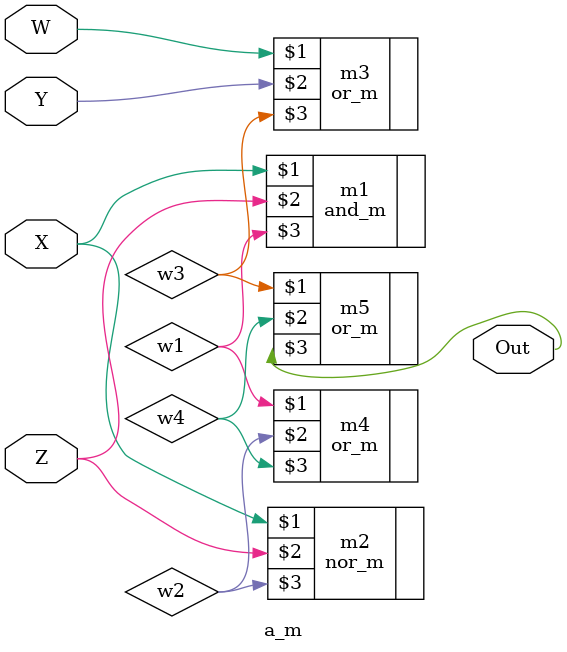
<source format=v>
module a_m(W,X,Y,Z,Out);

input W,X,Y,Z;
output Out;

wire w1,w2,w3,w4;

and_m m1(X,Z,w1);
nor_m m2(X,Z,w2);

or_m m3(W,Y,w3); or_m m4(w1,w2,w4);
or_m m5(w3,w4,Out);

endmodule

</source>
